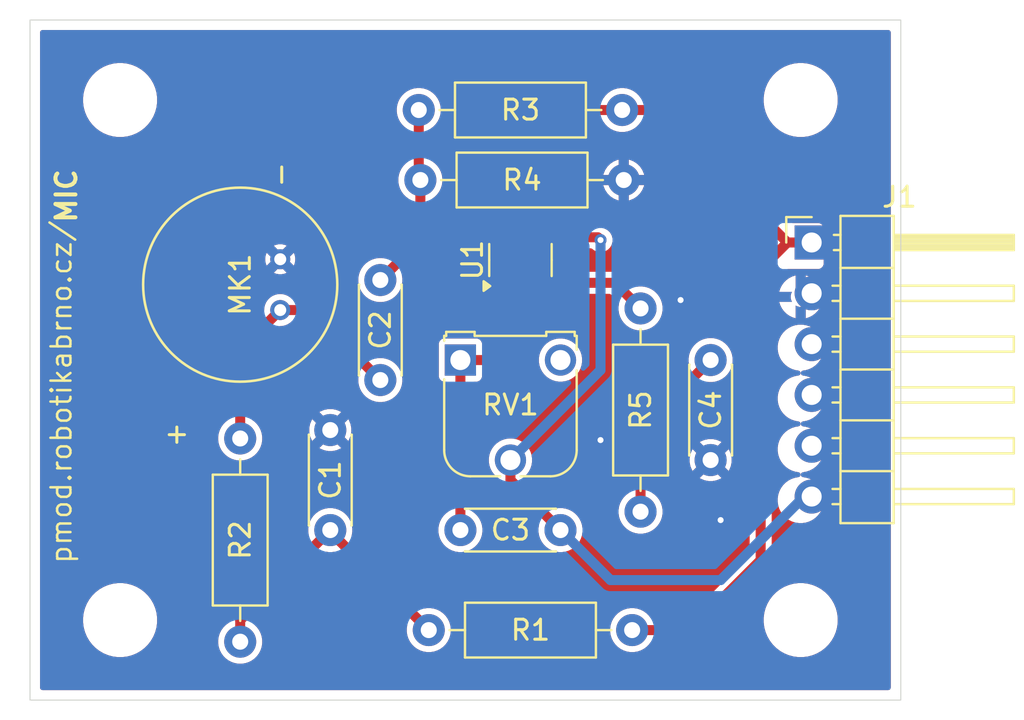
<source format=kicad_pcb>
(kicad_pcb (version 20241229) (generator "pcbnew") (generator_version "9.0")
  (layers (0 "F.Cu" signal) (2 "B.Cu" signal) (13 "F.Paste" user) (15 "B.Paste" user) (5 "F.SilkS" user "F.Silkscreen") (7 "B.SilkS" user "B.Silkscreen") (1 "F.Mask" user) (3 "B.Mask" user) (25 "Edge.Cuts" user))
  (net 0 "")
  (net 1 "GND")
  (net 2 "Net-(C1-Pad1)")
  (net 3 "Net-(C2-Pad1)")
  (net 4 "Net-(C4-Pad1)")
  (net 5 "+3V3")
  (net 7 "Net-(J1-Pin_6)")
  (net 10 "Net-(U1-+)")
  (net 12 "Net-(U1--)")
  (footprint "MountingHole:MountingHole_3.2mm_M3" (layer "F.Cu") (at 141 88)
    (property "Reference" "H1" (hide yes))
    (property "Value" "M3")
    (pad "" np_thru_hole circle (at 0 0) (size 3.2 3.2) (drill 3.2) (layers "*.Cu" "*.Mask"))
  )
  (footprint "Resistor_THT:R_Axial_DIN0207_L6.3mm_D2.5mm_P10.16mm_Horizontal" (layer "F.Cu") (at 132.08 88.5 180)
    (property "Reference" "R3" (at 5.08 0 0) (layer "F.SilkS"))
    (property "Value" "1M")
    (fp_line (start 9.12 0) (end 8.35 0) (stroke (width 0.12)) (layer "F.SilkS"))
    (fp_line (start 8.35 1.37) (end 8.35 -1.37) (stroke (width 0.12)) (layer "F.SilkS"))
    (fp_line (start 8.35 -1.37) (end 1.81 -1.37) (stroke (width 0.12)) (layer "F.SilkS"))
    (fp_line (start 1.81 1.37) (end 8.35 1.37) (stroke (width 0.12)) (layer "F.SilkS"))
    (fp_line (start 1.81 -1.37) (end 1.81 1.37) (stroke (width 0.12)) (layer "F.SilkS"))
    (fp_line (start 1.04 0) (end 1.81 0) (stroke (width 0.12)) (layer "F.SilkS"))
    (pad "1" thru_hole circle (at 0 0 180) (size 1.6 1.6) (drill 0.8) (layers "*.Cu" "*.Mask") (net 5 "+3V3"))
    (pad "2" thru_hole oval (at 10.16 0 180) (size 1.6 1.6) (drill 0.8) (layers "*.Cu" "*.Mask") (net 10 "Net-(U1-+)"))
  )
  (footprint "Resistor_THT:R_Axial_DIN0207_L6.3mm_D2.5mm_P10.16mm_Horizontal" (layer "F.Cu") (at 113 115.08 90)
    (property "Reference" "R2" (at 5.08 0 90) (layer "F.SilkS"))
    (property "Value" "1k")
    (fp_line (start 8.35 -1.37) (end 1.81 -1.37) (stroke (width 0.12)) (layer "F.SilkS"))
    (fp_line (start 1.81 -1.37) (end 1.81 1.37) (stroke (width 0.12)) (layer "F.SilkS"))
    (fp_line (start 9.12 0) (end 8.35 0) (stroke (width 0.12)) (layer "F.SilkS"))
    (fp_line (start 1.04 0) (end 1.81 0) (stroke (width 0.12)) (layer "F.SilkS"))
    (fp_line (start 8.35 1.37) (end 8.35 -1.37) (stroke (width 0.12)) (layer "F.SilkS"))
    (fp_line (start 1.81 1.37) (end 8.35 1.37) (stroke (width 0.12)) (layer "F.SilkS"))
    (pad "1" thru_hole circle (at 0 0 90) (size 1.6 1.6) (drill 0.8) (layers "*.Cu" "*.Mask") (net 2 "Net-(C1-Pad1)"))
    (pad "2" thru_hole oval (at 10.16 0 90) (size 1.6 1.6) (drill 0.8) (layers "*.Cu" "*.Mask") (net 3 "Net-(C2-Pad1)"))
  )
  (footprint "Potentiometer_THT:Potentiometer_Runtron_RM-065_Vertical" (layer "F.Cu") (at 124 101)
    (property "Reference" "RV1" (at 2.5 2.24 0) (layer "F.SilkS"))
    (property "Value" "100k")
    (fp_line (start -0.81 -1.21) (end -0.81 -0.96) (stroke (width 0.12)) (layer "F.SilkS"))
    (fp_line (start -0.81 4.5) (end -0.81 0.96) (stroke (width 0.12)) (layer "F.SilkS"))
    (fp_line (start -0.71 -1.41) (end -0.71 -1.21) (stroke (width 0.12)) (layer "F.SilkS"))
    (fp_line (start -0.71 -1.41) (end 0.71 -1.41) (stroke (width 0.12)) (layer "F.SilkS"))
    (fp_line (start -0.71 -1.21) (end -0.81 -1.21) (stroke (width 0.12)) (layer "F.SilkS"))
    (fp_line (start 0.71 -1.21) (end 0.71 -1.41) (stroke (width 0.12)) (layer "F.SilkS"))
    (fp_line (start 0.71 -1.21) (end 4.29 -1.21) (stroke (width 0.12)) (layer "F.SilkS"))
    (fp_line (start 1.99 5.81) (end 0.5 5.81) (stroke (width 0.12)) (layer "F.SilkS"))
    (fp_line (start 4.29 -1.41) (end 5.71 -1.41) (stroke (width 0.12)) (layer "F.SilkS"))
    (fp_line (start 4.29 -1.21) (end 4.29 -1.41) (stroke (width 0.12)) (layer "F.SilkS"))
    (fp_line (start 4.5 5.81) (end 3.01 5.81) (stroke (width 0.12)) (layer "F.SilkS"))
    (fp_line (start 5.71 -1.41) (end 5.71 -1.21) (stroke (width 0.12)) (layer "F.SilkS"))
    (fp_line (start 5.71 -1.21) (end 5.81 -1.21) (stroke (width 0.12)) (layer "F.SilkS"))
    (fp_line (start 5.81 -1.21) (end 5.81 -0.52) (stroke (width 0.12)) (layer "F.SilkS"))
    (fp_line (start 5.81 0.52) (end 5.81 4.5) (stroke (width 0.12)) (layer "F.SilkS"))
    (fp_arc (start 0.5 5.81) (mid -0.42631 5.42631) (end -0.81 4.5) (stroke (width 0.12)) (layer "F.SilkS"))
    (fp_arc (start 5.81 4.5) (mid 5.42631 5.42631) (end 4.5 5.81) (stroke (width 0.12)) (layer "F.SilkS"))
    (pad "1" thru_hole rect (at 0 0) (size 1.56 1.56) (drill 1) (layers "*.Cu" "*.Mask") (net 12 "Net-(U1--)"))
    (pad "2" thru_hole circle (at 2.5 5) (size 1.56 1.56) (drill 1) (layers "*.Cu" "*.Mask") (net 7 "Net-(J1-Pin_6)"))
    (pad "3" thru_hole circle (at 5 0) (size 1.56 1.56) (drill 1) (layers "*.Cu" "*.Mask"))
  )
  (footprint "MountingHole:MountingHole_3.2mm_M3" (layer "F.Cu") (at 107 114)
    (property "Reference" "H3" (hide yes))
    (property "Value" "M3")
    (pad "" np_thru_hole circle (at 0 0) (size 3.2 3.2) (drill 3.2) (layers "*.Cu" "*.Mask"))
  )
  (footprint "Resistor_THT:R_Axial_DIN0207_L6.3mm_D2.5mm_P10.16mm_Horizontal" (layer "F.Cu") (at 122.42 114.5)
    (property "Reference" "R1" (at 5.08 0 0) (layer "F.SilkS"))
    (property "Value" "1k")
    (fp_line (start 1.04 0) (end 1.81 0) (stroke (width 0.12)) (layer "F.SilkS"))
    (fp_line (start 1.81 -1.37) (end 1.81 1.37) (stroke (width 0.12)) (layer "F.SilkS"))
    (fp_line (start 1.81 1.37) (end 8.35 1.37) (stroke (width 0.12)) (layer "F.SilkS"))
    (fp_line (start 8.35 -1.37) (end 1.81 -1.37) (stroke (width 0.12)) (layer "F.SilkS"))
    (fp_line (start 8.35 1.37) (end 8.35 -1.37) (stroke (width 0.12)) (layer "F.SilkS"))
    (fp_line (start 9.12 0) (end 8.35 0) (stroke (width 0.12)) (layer "F.SilkS"))
    (pad "1" thru_hole circle (at 0 0) (size 1.6 1.6) (drill 0.8) (layers "*.Cu" "*.Mask") (net 2 "Net-(C1-Pad1)"))
    (pad "2" thru_hole oval (at 10.16 0) (size 1.6 1.6) (drill 0.8) (layers "*.Cu" "*.Mask") (net 5 "+3V3"))
  )
  (footprint "Resistor_THT:R_Axial_DIN0207_L6.3mm_D2.5mm_P10.16mm_Horizontal" (layer "F.Cu") (at 122 92)
    (property "Reference" "R4" (at 5.08 0 0) (layer "F.SilkS"))
    (property "Value" "1M")
    (fp_line (start 1.04 0) (end 1.81 0) (stroke (width 0.12)) (layer "F.SilkS"))
    (fp_line (start 1.81 -1.37) (end 1.81 1.37) (stroke (width 0.12)) (layer "F.SilkS"))
    (fp_line (start 1.81 1.37) (end 8.35 1.37) (stroke (width 0.12)) (layer "F.SilkS"))
    (fp_line (start 8.35 -1.37) (end 1.81 -1.37) (stroke (width 0.12)) (layer "F.SilkS"))
    (fp_line (start 8.35 1.37) (end 8.35 -1.37) (stroke (width 0.12)) (layer "F.SilkS"))
    (fp_line (start 9.12 0) (end 8.35 0) (stroke (width 0.12)) (layer "F.SilkS"))
    (pad "1" thru_hole circle (at 0 0) (size 1.6 1.6) (drill 0.8) (layers "*.Cu" "*.Mask") (net 10 "Net-(U1-+)"))
    (pad "2" thru_hole oval (at 10.16 0) (size 1.6 1.6) (drill 0.8) (layers "*.Cu" "*.Mask") (net 1 "GND"))
  )
  (footprint "Package_TO_SOT_SMD:SOT-23-5" (layer "F.Cu") (at 127 96 90)
    (property "Reference" "U1" (at 0 -2.4 90) (layer "F.SilkS"))
    (property "Value" "LMV321")
    (fp_line (start 0 -1.56) (end 0.8 -1.56) (stroke (width 0.12)) (layer "F.SilkS"))
    (fp_line (start 0 -1.56) (end -0.8 -1.56) (stroke (width 0.12)) (layer "F.SilkS"))
    (fp_line (start 0 1.56) (end 0.8 1.56) (stroke (width 0.12)) (layer "F.SilkS"))
    (fp_line (start 0 1.56) (end -0.8 1.56) (stroke (width 0.12)) (layer "F.SilkS"))
    (fp_poly (pts (xy -1.3 -1.51) (xy -1.54 -1.84) (xy -1.06 -1.84) (xy -1.3 -1.51)) (stroke (width 0.12)) (fill yes) (layer "F.SilkS"))
    (pad "1" smd roundrect (at -1.1375 -0.95 90) (size 1.325 0.6) (layers "F.Cu" "F.Mask" "F.Paste") (net 10 "Net-(U1-+)"))
    (pad "2" smd roundrect (at -1.1375 0 90) (size 1.325 0.6) (layers "F.Cu" "F.Mask" "F.Paste") (net 1 "GND"))
    (pad "3" smd roundrect (at -1.1375 0.95 90) (size 1.325 0.6) (layers "F.Cu" "F.Mask" "F.Paste") (net 12 "Net-(U1--)"))
    (pad "4" smd roundrect (at 1.1375 0.95 90) (size 1.325 0.6) (layers "F.Cu" "F.Mask" "F.Paste") (net 7 "Net-(J1-Pin_6)"))
    (pad "5" smd roundrect (at 1.1375 -0.95 90) (size 1.325 0.6) (layers "F.Cu" "F.Mask" "F.Paste") (net 5 "+3V3"))
  )
  (footprint "Capacitor_THT:C_Disc_D4.3mm_W1.9mm_P5.00mm" (layer "F.Cu") (at 136.5 101 -90)
    (property "Reference" "C4" (at 2.5 0 90) (layer "F.SilkS"))
    (property "Value" "1uF")
    (fp_line (start 0.23 1.07) (end 4.77 1.07) (stroke (width 0.12)) (layer "F.SilkS"))
    (fp_line (start 0.23 1.055) (end 0.23 1.07) (stroke (width 0.12)) (layer "F.SilkS"))
    (fp_line (start 4.77 1.055) (end 4.77 1.07) (stroke (width 0.12)) (layer "F.SilkS"))
    (fp_line (start 0.23 -1.07) (end 0.23 -1.055) (stroke (width 0.12)) (layer "F.SilkS"))
    (fp_line (start 0.23 -1.07) (end 4.77 -1.07) (stroke (width 0.12)) (layer "F.SilkS"))
    (fp_line (start 4.77 -1.07) (end 4.77 -1.055) (stroke (width 0.12)) (layer "F.SilkS"))
    (pad "1" thru_hole circle (at 0 0 270) (size 1.6 1.6) (drill 0.8) (layers "*.Cu" "*.Mask") (net 4 "Net-(C4-Pad1)"))
    (pad "2" thru_hole circle (at 5 0 270) (size 1.6 1.6) (drill 0.8) (layers "*.Cu" "*.Mask") (net 1 "GND"))
  )
  (footprint "MountingHole:MountingHole_3.2mm_M3" (layer "F.Cu") (at 141 114)
    (property "Reference" "H4" (hide yes))
    (property "Value" "M3")
    (pad "" np_thru_hole circle (at 0 0) (size 3.2 3.2) (drill 3.2) (layers "*.Cu" "*.Mask"))
  )
  (footprint "MountingHole:MountingHole_3.2mm_M3" (layer "F.Cu") (at 107 88)
    (property "Reference" "H2" (hide yes))
    (property "Value" "M3")
    (pad "" np_thru_hole circle (at 0 0) (size 3.2 3.2) (drill 3.2) (layers "*.Cu" "*.Mask"))
  )
  (footprint "CMEJ-9745-37-P:MIC_CMEJ-9745-37-P" (layer "F.Cu") (at 113 97.23 90)
    (property "Reference" "MK1" (at 0 0 90) (layer "F.SilkS"))
    (property "Value" "CMEJ-9745-37-P")
    (fp_circle (center 0 0) (end 4.85 0) (stroke (width 0.127)) (fill no) (layer "F.SilkS"))
    (fp_text user "-" (at 5.5 2 90) (layer "F.SilkS"))
    (fp_text user "+" (at -7.5 -3.24 90) (layer "F.SilkS"))
    (pad "N" thru_hole circle (at 1.27 2 90) (size 1 1) (drill 0.6) (layers "*.Cu" "*.Mask") (net 1 "GND"))
    (pad "P" thru_hole circle (at -1.27 2 90) (size 1 1) (drill 0.6) (layers "*.Cu" "*.Mask") (net 3 "Net-(C2-Pad1)"))
  )
  (footprint "Capacitor_THT:C_Disc_D4.3mm_W1.9mm_P5.00mm" (layer "F.Cu") (at 120 102 90)
    (property "Reference" "C2" (at 2.5 0 90) (layer "F.SilkS"))
    (property "Value" "0.01u")
    (fp_line (start 4.77 -1.07) (end 4.77 -1.055) (stroke (width 0.12)) (layer "F.SilkS"))
    (fp_line (start 0.23 -1.07) (end 4.77 -1.07) (stroke (width 0.12)) (layer "F.SilkS"))
    (fp_line (start 0.23 -1.07) (end 0.23 -1.055) (stroke (width 0.12)) (layer "F.SilkS"))
    (fp_line (start 4.77 1.055) (end 4.77 1.07) (stroke (width 0.12)) (layer "F.SilkS"))
    (fp_line (start 0.23 1.055) (end 0.23 1.07) (stroke (width 0.12)) (layer "F.SilkS"))
    (fp_line (start 0.23 1.07) (end 4.77 1.07) (stroke (width 0.12)) (layer "F.SilkS"))
    (pad "1" thru_hole circle (at 0 0 90) (size 1.6 1.6) (drill 0.8) (layers "*.Cu" "*.Mask") (net 3 "Net-(C2-Pad1)"))
    (pad "2" thru_hole circle (at 5 0 90) (size 1.6 1.6) (drill 0.8) (layers "*.Cu" "*.Mask") (net 10 "Net-(U1-+)"))
  )
  (footprint "Capacitor_THT:C_Disc_D4.3mm_W1.9mm_P5.00mm" (layer "F.Cu") (at 117.5 109.5 90)
    (property "Reference" "C1" (at 2.5 0 90) (layer "F.SilkS"))
    (property "Value" "0.2u")
    (fp_line (start 4.77 -1.07) (end 4.77 -1.055) (stroke (width 0.12)) (layer "F.SilkS"))
    (fp_line (start 0.23 -1.07) (end 4.77 -1.07) (stroke (width 0.12)) (layer "F.SilkS"))
    (fp_line (start 0.23 -1.07) (end 0.23 -1.055) (stroke (width 0.12)) (layer "F.SilkS"))
    (fp_line (start 4.77 1.055) (end 4.77 1.07) (stroke (width 0.12)) (layer "F.SilkS"))
    (fp_line (start 0.23 1.055) (end 0.23 1.07) (stroke (width 0.12)) (layer "F.SilkS"))
    (fp_line (start 0.23 1.07) (end 4.77 1.07) (stroke (width 0.12)) (layer "F.SilkS"))
    (pad "1" thru_hole circle (at 0 0 90) (size 1.6 1.6) (drill 0.8) (layers "*.Cu" "*.Mask") (net 2 "Net-(C1-Pad1)"))
    (pad "2" thru_hole circle (at 5 0 90) (size 1.6 1.6) (drill 0.8) (layers "*.Cu" "*.Mask") (net 1 "GND"))
  )
  (footprint "Capacitor_THT:C_Disc_D4.3mm_W1.9mm_P5.00mm" (layer "F.Cu") (at 129 109.5 180)
    (property "Reference" "C3" (at 2.5 0 0) (layer "F.SilkS"))
    (property "Value" "100pF")
    (fp_line (start 4.77 1.055) (end 4.77 1.07) (stroke (width 0.12)) (layer "F.SilkS"))
    (fp_line (start 4.77 -1.07) (end 4.77 -1.055) (stroke (width 0.12)) (layer "F.SilkS"))
    (fp_line (start 0.23 1.07) (end 4.77 1.07) (stroke (width 0.12)) (layer "F.SilkS"))
    (fp_line (start 0.23 1.055) (end 0.23 1.07) (stroke (width 0.12)) (layer "F.SilkS"))
    (fp_line (start 0.23 -1.07) (end 4.77 -1.07) (stroke (width 0.12)) (layer "F.SilkS"))
    (fp_line (start 0.23 -1.07) (end 0.23 -1.055) (stroke (width 0.12)) (layer "F.SilkS"))
    (pad "1" thru_hole circle (at 0 0 180) (size 1.6 1.6) (drill 0.8) (layers "*.Cu" "*.Mask") (net 7 "Net-(J1-Pin_6)"))
    (pad "2" thru_hole circle (at 5 0 180) (size 1.6 1.6) (drill 0.8) (layers "*.Cu" "*.Mask") (net 12 "Net-(U1--)"))
  )
  (footprint "Connector_PinHeader_2.54mm:PinHeader_1x06_P2.54mm_Horizontal" (layer "F.Cu") (at 141.548 95.123)
    (property "Reference" "J1" (at 4.385 -2.27 0) (layer "F.SilkS"))
    (property "Value" "Conn_01x06_Pin")
    (fp_line (start -1.27 -1.27) (end 0 -1.27) (stroke (width 0.12)) (layer "F.SilkS"))
    (fp_line (start -1.27 0) (end -1.27 -1.27) (stroke (width 0.12)) (layer "F.SilkS"))
    (fp_line (start 1.042929 2.16) (end 1.44 2.16) (stroke (width 0.12)) (layer "F.SilkS"))
    (fp_line (start 1.042929 2.92) (end 1.44 2.92) (stroke (width 0.12)) (layer "F.SilkS"))
    (fp_line (start 1.042929 4.7) (end 1.44 4.7) (stroke (width 0.12)) (layer "F.SilkS"))
    (fp_line (start 1.042929 5.46) (end 1.44 5.46) (stroke (width 0.12)) (layer "F.SilkS"))
    (fp_line (start 1.042929 7.24) (end 1.44 7.24) (stroke (width 0.12)) (layer "F.SilkS"))
    (fp_line (start 1.042929 8) (end 1.44 8) (stroke (width 0.12)) (layer "F.SilkS"))
    (fp_line (start 1.042929 9.78) (end 1.44 9.78) (stroke (width 0.12)) (layer "F.SilkS"))
    (fp_line (start 1.042929 10.54) (end 1.44 10.54) (stroke (width 0.12)) (layer "F.SilkS"))
    (fp_line (start 1.042929 12.32) (end 1.44 12.32) (stroke (width 0.12)) (layer "F.SilkS"))
    (fp_line (start 1.042929 13.08) (end 1.44 13.08) (stroke (width 0.12)) (layer "F.SilkS"))
    (fp_line (start 1.11 -0.38) (end 1.44 -0.38) (stroke (width 0.12)) (layer "F.SilkS"))
    (fp_line (start 1.11 0.38) (end 1.44 0.38) (stroke (width 0.12)) (layer "F.SilkS"))
    (fp_line (start 1.44 -1.33) (end 1.44 14.03) (stroke (width 0.12)) (layer "F.SilkS"))
    (fp_line (start 1.44 1.27) (end 4.1 1.27) (stroke (width 0.12)) (layer "F.SilkS"))
    (fp_line (start 1.44 3.81) (end 4.1 3.81) (stroke (width 0.12)) (layer "F.SilkS"))
    (fp_line (start 1.44 6.35) (end 4.1 6.35) (stroke (width 0.12)) (layer "F.SilkS"))
    (fp_line (start 1.44 8.89) (end 4.1 8.89) (stroke (width 0.12)) (layer "F.SilkS"))
    (fp_line (start 1.44 11.43) (end 4.1 11.43) (stroke (width 0.12)) (layer "F.SilkS"))
    (fp_line (start 1.44 14.03) (end 4.1 14.03) (stroke (width 0.12)) (layer "F.SilkS"))
    (fp_line (start 4.1 -1.33) (end 1.44 -1.33) (stroke (width 0.12)) (layer "F.SilkS"))
    (fp_line (start 4.1 -0.38) (end 10.1 -0.38) (stroke (width 0.12)) (layer "F.SilkS"))
    (fp_line (start 4.1 -0.32) (end 10.1 -0.32) (stroke (width 0.12)) (layer "F.SilkS"))
    (fp_line (start 4.1 -0.2) (end 10.1 -0.2) (stroke (width 0.12)) (layer "F.SilkS"))
    (fp_line (start 4.1 -0.08) (end 10.1 -0.08) (stroke (width 0.12)) (layer "F.SilkS"))
    (fp_line (start 4.1 0.04) (end 10.1 0.04) (stroke (width 0.12)) (layer "F.SilkS"))
    (fp_line (start 4.1 0.16) (end 10.1 0.16) (stroke (width 0.12)) (layer "F.SilkS"))
    (fp_line (start 4.1 0.28) (end 10.1 0.28) (stroke (width 0.12)) (layer "F.SilkS"))
    (fp_line (start 4.1 2.16) (end 10.1 2.16) (stroke (width 0.12)) (layer "F.SilkS"))
    (fp_line (start 4.1 4.7) (end 10.1 4.7) (stroke (width 0.12)) (layer "F.SilkS"))
    (fp_line (start 4.1 7.24) (end 10.1 7.24) (stroke (width 0.12)) (layer "F.SilkS"))
    (fp_line (start 4.1 9.78) (end 10.1 9.78) (stroke (width 0.12)) (layer "F.SilkS"))
    (fp_line (start 4.1 12.32) (end 10.1 12.32) (stroke (width 0.12)) (layer "F.SilkS"))
    (fp_line (start 4.1 14.03) (end 4.1 -1.33) (stroke (width 0.12)) (layer "F.SilkS"))
    (fp_line (start 10.1 -0.38) (end 10.1 0.38) (stroke (width 0.12)) (layer "F.SilkS"))
    (fp_line (start 10.1 0.38) (end 4.1 0.38) (stroke (width 0.12)) (layer "F.SilkS"))
    (fp_line (start 10.1 2.16) (end 10.1 2.92) (stroke (width 0.12)) (layer "F.SilkS"))
    (fp_line (start 10.1 2.92) (end 4.1 2.92) (stroke (width 0.12)) (layer "F.SilkS"))
    (fp_line (start 10.1 4.7) (end 10.1 5.46) (stroke (width 0.12)) (layer "F.SilkS"))
    (fp_line (start 10.1 5.46) (end 4.1 5.46) (stroke (width 0.12)) (layer "F.SilkS"))
    (fp_line (start 10.1 7.24) (end 10.1 8) (stroke (width 0.12)) (layer "F.SilkS"))
    (fp_line (start 10.1 8) (end 4.1 8) (stroke (width 0.12)) (layer "F.SilkS"))
    (fp_line (start 10.1 9.78) (end 10.1 10.54) (stroke (width 0.12)) (layer "F.SilkS"))
    (fp_line (start 10.1 10.54) (end 4.1 10.54) (stroke (width 0.12)) (layer "F.SilkS"))
    (fp_line (start 10.1 12.32) (end 10.1 13.08) (stroke (width 0.12)) (layer "F.SilkS"))
    (fp_line (start 10.1 13.08) (end 4.1 13.08) (stroke (width 0.12)) (layer "F.SilkS"))
    (pad "1" thru_hole rect (at 0 0) (size 1.7 1.7) (drill 1) (layers "*.Cu" "*.Mask") (net 5 "+3V3"))
    (pad "2" thru_hole oval (at 0 2.54) (size 1.7 1.7) (drill 1) (layers "*.Cu" "*.Mask") (net 1 "GND"))
    (pad "3" thru_hole oval (at 0 5.08) (size 1.7 1.7) (drill 1) (layers "*.Cu" "*.Mask"))
    (pad "4" thru_hole oval (at 0 7.62) (size 1.7 1.7) (drill 1) (layers "*.Cu" "*.Mask"))
    (pad "5" thru_hole oval (at 0 10.16) (size 1.7 1.7) (drill 1) (layers "*.Cu" "*.Mask"))
    (pad "6" thru_hole oval (at 0 12.7) (size 1.7 1.7) (drill 1) (layers "*.Cu" "*.Mask") (net 7 "Net-(J1-Pin_6)"))
  )
  (footprint "Resistor_THT:R_Axial_DIN0207_L6.3mm_D2.5mm_P10.16mm_Horizontal" (layer "F.Cu") (at 133 108.58 90)
    (property "Reference" "R5" (at 5.08 0 90) (layer "F.SilkS"))
    (property "Value" "10k")
    (fp_line (start 8.35 -1.37) (end 1.81 -1.37) (stroke (width 0.12)) (layer "F.SilkS"))
    (fp_line (start 1.81 -1.37) (end 1.81 1.37) (stroke (width 0.12)) (layer "F.SilkS"))
    (fp_line (start 9.12 0) (end 8.35 0) (stroke (width 0.12)) (layer "F.SilkS"))
    (fp_line (start 1.04 0) (end 1.81 0) (stroke (width 0.12)) (layer "F.SilkS"))
    (fp_line (start 8.35 1.37) (end 8.35 -1.37) (stroke (width 0.12)) (layer "F.SilkS"))
    (fp_line (start 1.81 1.37) (end 8.35 1.37) (stroke (width 0.12)) (layer "F.SilkS"))
    (pad "1" thru_hole circle (at 0 0 90) (size 1.6 1.6) (drill 0.8) (layers "*.Cu" "*.Mask") (net 4 "Net-(C4-Pad1)"))
    (pad "2" thru_hole oval (at 10.16 0 90) (size 1.6 1.6) (drill 0.8) (layers "*.Cu" "*.Mask") (net 12 "Net-(U1--)"))
  )
  (gr_rect (start 102.5 84) (end 146 118) (stroke (width 0.05)) (fill no) (layer "Edge.Cuts"))
  (gr_text "pmod.robotikabrno.cz/" (at 104.648 111.252 90) (layer "F.SilkS") (effects (font (size 1 1) (thickness 0.125)) (justify left bottom)))
  (gr_text "MIC" (at 104.902 94.234 90) (layer "F.SilkS") (effects (font (size 1 1) (thickness 0.2) (bold yes)) (justify left bottom)))
  (via (at 135 98) (size 0.6) (drill 0.3) (layers "F.Cu" "B.Cu") (net 1))
  (via (at 131 105) (size 0.6) (drill 0.3) (layers "F.Cu" "B.Cu") (net 1))
  (via (at 137 109) (size 0.6) (drill 0.3) (layers "F.Cu" "B.Cu") (net 1))
  (segment (start 136.5 106.685) (end 136.5 106) (width 0.2) (layer "B.Cu") (net 1))
  (segment (start 113 114) (end 113 115.08) (width 0.5) (layer "F.Cu") (net 2))
  (segment (start 122.42 114.5) (end 117.5 109.58) (width 0.5) (layer "F.Cu") (net 2))
  (segment (start 117.5 109.58) (end 117.5 109.5) (width 0.2) (layer "F.Cu") (net 2))
  (segment (start 117.5 109.5) (end 113 114) (width 0.5) (layer "F.Cu") (net 2))
  (segment (start 113 104.92) (end 113 100.5) (width 0.5) (layer "F.Cu") (net 3))
  (segment (start 113 100.5) (end 115 98.5) (width 0.5) (layer "F.Cu") (net 3))
  (segment (start 115 98.5) (end 116.5 98.5) (width 0.5) (layer "F.Cu") (net 3))
  (segment (start 116.5 98.5) (end 120 102) (width 0.5) (layer "F.Cu") (net 3))
  (segment (start 133 104.5) (end 136.5 101) (width 0.5) (layer "F.Cu") (net 4))
  (segment (start 133 108.58) (end 133 104.5) (width 0.5) (layer "F.Cu") (net 4))
  (segment (start 132.08 88.5) (end 133.712 88.5) (width 0.5) (layer "F.Cu") (net 5))
  (segment (start 133.712 88.5) (end 140.335 95.123) (width 0.5) (layer "F.Cu") (net 5))
  (segment (start 129.5 88.5) (end 132.08 88.5) (width 0.5) (layer "F.Cu") (net 5))
  (segment (start 132.58 114.5) (end 135.5 114.5) (width 0.5) (layer "F.Cu") (net 5))
  (segment (start 141.548 95.123) (end 141.371 95.3) (width 0.5) (layer "F.Cu") (net 5))
  (segment (start 126.05 91.95) (end 126.05 94.8625) (width 0.5) (layer "F.Cu") (net 5))
  (segment (start 139 96.458) (end 140.335 95.123) (width 0.5) (layer "F.Cu") (net 5))
  (segment (start 141.371 95.3) (end 141 95.3) (width 0.5) (layer "F.Cu") (net 5))
  (segment (start 135.5 114.5) (end 139 111) (width 0.5) (layer "F.Cu") (net 5))
  (segment (start 139 111) (end 139 96.458) (width 0.5) (layer "F.Cu") (net 5))
  (segment (start 129.5 88.5) (end 126.05 91.95) (width 0.5) (layer "F.Cu") (net 5))
  (segment (start 140.335 95.123) (end 141.548 95.123) (width 0.5) (layer "F.Cu") (net 5))
  (segment (start 131 95) (end 130.8625 94.8625) (width 0.5) (layer "F.Cu") (net 7))
  (segment (start 130.8625 94.8625) (end 127.95 94.8625) (width 0.5) (layer "F.Cu") (net 7))
  (segment (start 126.5 107) (end 126.5 106) (width 0.5) (layer "F.Cu") (net 7))
  (segment (start 129 109.5) (end 126.5 107) (width 0.5) (layer "F.Cu") (net 7))
  (via (at 131 95) (size 0.6) (drill 0.3) (layers "F.Cu" "B.Cu") (net 7))
  (segment (start 141.177 107.823) (end 141.548 107.823) (width 0.5) (layer "B.Cu") (net 7))
  (segment (start 131 101.5) (end 131 95) (width 0.5) (layer "B.Cu") (net 7))
  (segment (start 129 109.5) (end 131.5 112) (width 0.5) (layer "B.Cu") (net 7))
  (segment (start 131.5 112) (end 137 112) (width 0.5) (layer "B.Cu") (net 7))
  (segment (start 137 112) (end 141.177 107.823) (width 0.5) (layer "B.Cu") (net 7))
  (segment (start 126.5 106) (end 131 101.5) (width 0.5) (layer "B.Cu") (net 7))
  (segment (start 122 95) (end 120 97) (width 0.5) (layer "F.Cu") (net 10))
  (segment (start 121.92 88.5) (end 121.92 91.92) (width 0.5) (layer "F.Cu") (net 10))
  (segment (start 124.1375 97.1375) (end 126.05 97.1375) (width 0.5) (layer "F.Cu") (net 10))
  (segment (start 121.92 91.92) (end 122 92) (width 0.2) (layer "F.Cu") (net 10))
  (segment (start 122 95) (end 124.1375 97.1375) (width 0.5) (layer "F.Cu") (net 10))
  (segment (start 122 92) (end 122 95) (width 0.5) (layer "F.Cu") (net 10))
  (segment (start 125.28 101) (end 127.95 98.33) (width 0.5) (layer "F.Cu") (net 12))
  (segment (start 127.95 97.1375) (end 130.8625 97.1375) (width 0.5) (layer "F.Cu") (net 12))
  (segment (start 124 109.5) (end 124 101) (width 0.5) (layer "F.Cu") (net 12))
  (segment (start 131.7175 97.1375) (end 130.8625 97.1375) (width 0.5) (layer "F.Cu") (net 12))
  (segment (start 133 98.42) (end 131.7175 97.1375) (width 0.5) (layer "F.Cu") (net 12))
  (segment (start 124 101) (end 125.28 101) (width 0.5) (layer "F.Cu") (net 12))
  (segment (start 127.95 98.33) (end 127.95 97.1375) (width 0.5) (layer "F.Cu") (net 12))
  (zone (net 1) (net_name "GND") (layers "F.Cu" "B.Cu") (connect_pads (clearance 0.25)) (min_thickness 0.25) (fill yes (thermal_gap 0.25) (thermal_bridge_width 0.5))
    (polygon (pts (xy 101 83) (xy 101 119) (xy 148 119) (xy 148 83)))
  )
)
</source>
